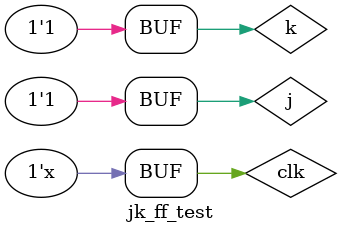
<source format=v>
module jk_ff_test;
reg j,k,clk;
wire q,qb;
jk_ff_beh inst(.q(q),.qb(qb),.j(j),.k(k),.clk(clk));
always #100 clk=~clk;
initial begin
clk=1;
#200 j=0;k=0;
#200 j=0;k=1;
#200 j=1;k=0;
#200 j=1;k=1;
end
endmodule

</source>
